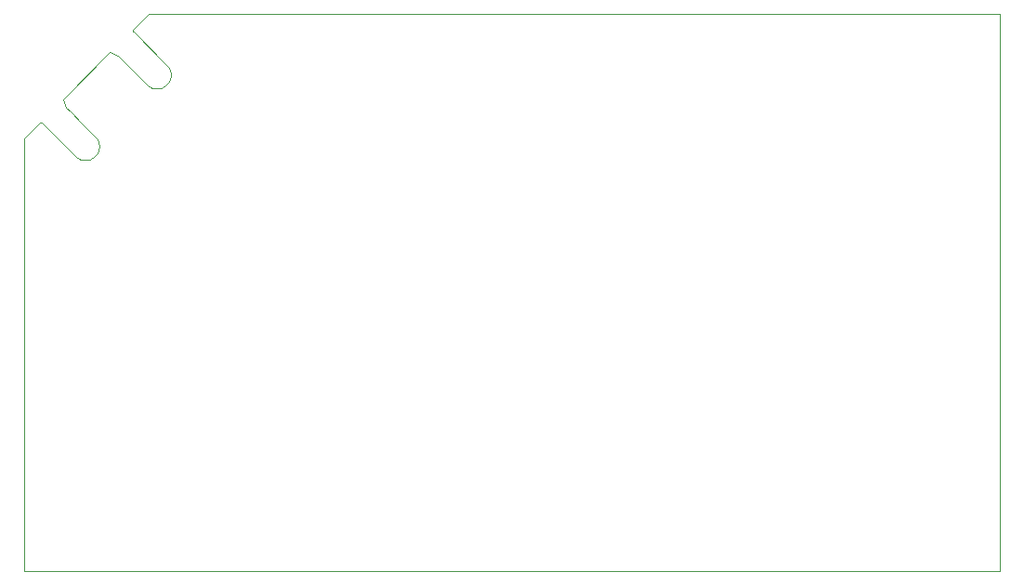
<source format=gko>
G75*
%MOIN*%
%OFA0B0*%
%FSLAX24Y24*%
%IPPOS*%
%LPD*%
%AMOC8*
5,1,8,0,0,1.08239X$1,22.5*
%
%ADD10C,0.0000*%
D10*
X002689Y000881D02*
X002689Y016427D01*
X003222Y016960D01*
X003221Y016961D02*
X003233Y016971D01*
X003247Y016978D01*
X003262Y016982D01*
X003277Y016984D01*
X003292Y016982D01*
X003307Y016978D01*
X003321Y016971D01*
X003333Y016961D01*
X003333Y016960D02*
X004516Y015777D01*
X004549Y015748D01*
X004583Y015721D01*
X004620Y015698D01*
X004659Y015678D01*
X004699Y015661D01*
X004741Y015648D01*
X004783Y015639D01*
X004826Y015633D01*
X004870Y015631D01*
X004914Y015633D01*
X004957Y015639D01*
X004999Y015648D01*
X005041Y015661D01*
X005081Y015678D01*
X005120Y015698D01*
X005157Y015721D01*
X005191Y015748D01*
X005224Y015777D01*
X005253Y015810D01*
X005280Y015844D01*
X005303Y015881D01*
X005323Y015920D01*
X005340Y015960D01*
X005353Y016002D01*
X005362Y016044D01*
X005368Y016087D01*
X005370Y016131D01*
X005368Y016175D01*
X005362Y016218D01*
X005353Y016260D01*
X005340Y016302D01*
X005323Y016342D01*
X005303Y016381D01*
X005280Y016418D01*
X005253Y016452D01*
X005224Y016485D01*
X005223Y016484D02*
X004750Y016958D01*
X004333Y017375D01*
X004193Y017514D01*
X004068Y017807D01*
X005763Y019502D01*
X006056Y019377D01*
X006195Y019238D01*
X006613Y018820D01*
X007086Y018347D01*
X007085Y018346D02*
X007118Y018317D01*
X007152Y018290D01*
X007189Y018267D01*
X007228Y018247D01*
X007268Y018230D01*
X007310Y018217D01*
X007352Y018208D01*
X007395Y018202D01*
X007439Y018200D01*
X007483Y018202D01*
X007526Y018208D01*
X007568Y018217D01*
X007610Y018230D01*
X007650Y018247D01*
X007689Y018267D01*
X007726Y018290D01*
X007760Y018317D01*
X007793Y018346D01*
X007822Y018379D01*
X007849Y018413D01*
X007872Y018450D01*
X007892Y018489D01*
X007909Y018529D01*
X007922Y018571D01*
X007931Y018613D01*
X007937Y018656D01*
X007939Y018700D01*
X007937Y018744D01*
X007931Y018787D01*
X007922Y018829D01*
X007909Y018871D01*
X007892Y018911D01*
X007872Y018950D01*
X007849Y018987D01*
X007822Y019021D01*
X007793Y019054D01*
X006610Y020237D01*
X006609Y020237D02*
X006599Y020249D01*
X006592Y020263D01*
X006588Y020278D01*
X006586Y020293D01*
X006588Y020308D01*
X006592Y020323D01*
X006599Y020337D01*
X006609Y020349D01*
X006610Y020348D02*
X007143Y020881D01*
X037689Y020881D01*
X037689Y000881D01*
X002689Y000881D01*
M02*

</source>
